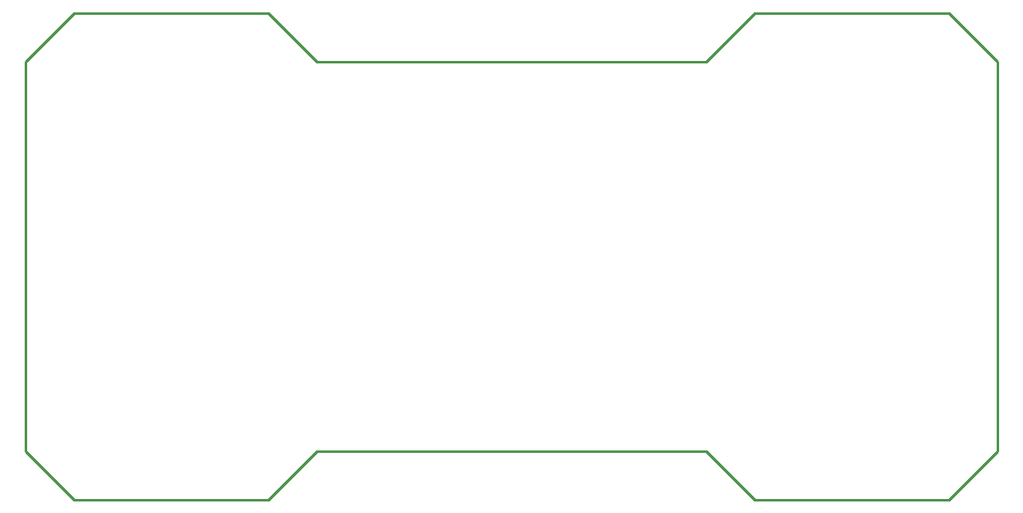
<source format=gko>
G04*
G04 #@! TF.GenerationSoftware,Altium Limited,Altium Designer,19.0.15 (446)*
G04*
G04 Layer_Color=16711935*
%FSLAX44Y44*%
%MOMM*%
G71*
G01*
G75*
%ADD13C,0.2540*%
D13*
X50000Y0D02*
X250000D01*
X300000Y50000D01*
X700000D01*
X750000Y0D01*
X950000D01*
X1000000Y50000D01*
Y225000D01*
Y450000D01*
X950000Y500000D02*
X1000000Y450000D01*
X750000Y500000D02*
X950000D01*
X700000Y450000D02*
X750000Y500000D01*
X300000Y450000D02*
X700000D01*
X250000Y500000D02*
X300000Y450000D01*
X50000Y500000D02*
X250000D01*
X0Y450000D02*
X50000Y500000D01*
X0Y50000D02*
Y450000D01*
Y50000D02*
X50000Y0D01*
M02*

</source>
